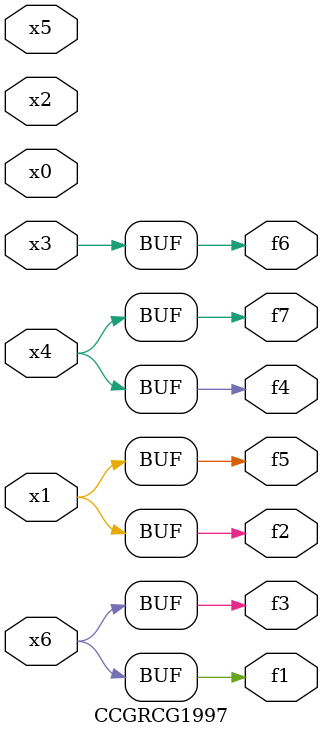
<source format=v>
module CCGRCG1997(
	input x0, x1, x2, x3, x4, x5, x6,
	output f1, f2, f3, f4, f5, f6, f7
);
	assign f1 = x6;
	assign f2 = x1;
	assign f3 = x6;
	assign f4 = x4;
	assign f5 = x1;
	assign f6 = x3;
	assign f7 = x4;
endmodule

</source>
